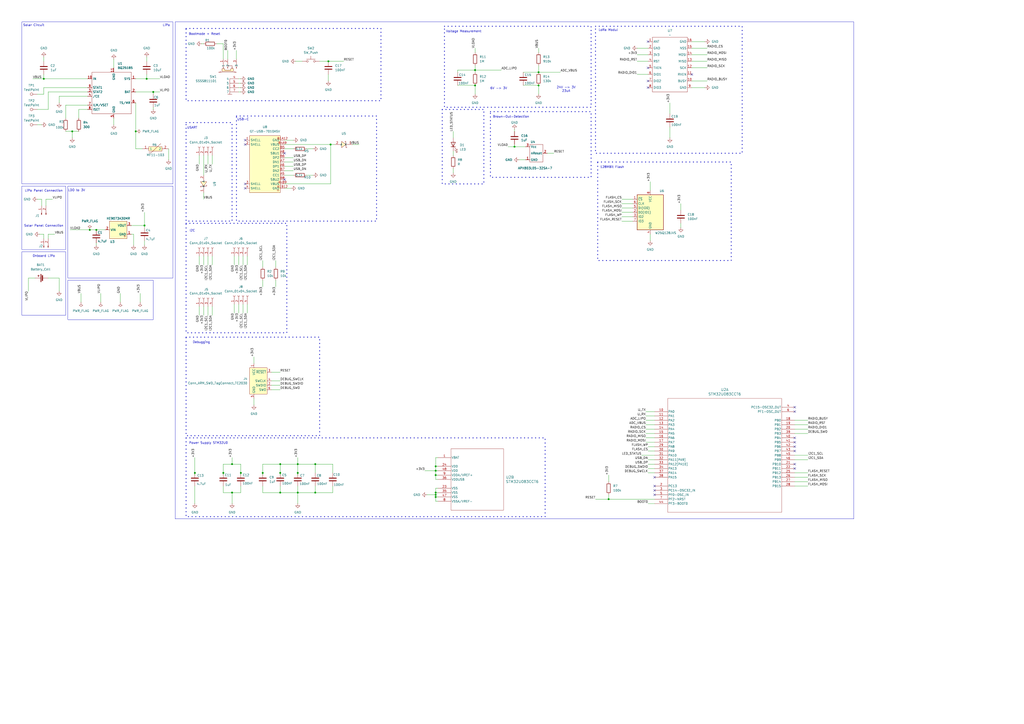
<source format=kicad_sch>
(kicad_sch (version 20231120) (generator "eeschema") (generator_version "8.0")
  (paper "A2")
  (title_block (title "SRCS") (date "2024-06-16"))
  (junction (at 312.42 49.53))
  (junction (at 252.73 275.59))
  (junction (at 182.88 269.24))
  (junction (at 25.4 45.72))
  (junction (at 312.42 41.91))
  (junction (at 85.09 45.72))
  (junction (at 252.73 270.51))
  (junction (at 88.9 53.34))
  (junction (at 52.07 133.35))
  (junction (at 162.56 269.24))
  (junction (at 172.72 274.32))
  (junction (at 191.77 83.82))
  (junction (at 182.88 285.75))
  (junction (at 41.91 76.2))
  (junction (at 162.56 274.32))
  (junction (at 252.73 285.75))
  (junction (at 83.82 130.81))
  (junction (at 353.06 289.56))
  (junction (at 275.59 49.53))
  (junction (at 252.73 288.29))
  (junction (at 252.73 273.05))
  (junction (at 152.4 274.32))
  (junction (at 275.59 40.64))
  (junction (at 162.56 285.75))
  (junction (at 55.88 133.35))
  (junction (at 190.5 35.56))
  (junction (at 139.7 274.32))
  (junction (at 129.54 274.32))
  (junction (at 78.74 76.2))
  (junction (at 252.73 287.02))
  (junction (at 172.72 269.24))
  (junction (at 172.72 285.75))
  (junction (at 134.62 269.24))
  (junction (at 298.45 85.09))
  (junction (at 113.03 274.32))
  (junction (at 134.62 285.75))
  (no_connect (at 461.01 261.62))
  (no_connect (at 375.92 50.8))
  (no_connect (at 379.73 284.48))
  (no_connect (at 461.01 269.24))
  (no_connect (at 142.24 106.68))
  (no_connect (at 461.01 236.22))
  (no_connect (at 375.92 46.99))
  (no_connect (at 461.01 259.08))
  (no_connect (at 461.01 238.76))
  (no_connect (at 461.01 256.54))
  (no_connect (at 375.92 39.37))
  (no_connect (at 142.24 83.82))
  (no_connect (at 379.73 281.94))
  (no_connect (at 401.32 43.18))
  (no_connect (at 165.1 88.9))
  (no_connect (at 142.24 81.28))
  (no_connect (at 461.01 271.78))
  (no_connect (at 461.01 254))
  (no_connect (at 379.73 287.02))
  (no_connect (at 165.1 104.14))
  (no_connect (at 375.92 24.13))
  (no_connect (at 379.73 276.86))
  (no_connect (at 142.24 109.22))
  (wire (pts (xy 34.29 55.88) (xy 34.29 59.69)))
  (wire (pts (xy 262.89 87.63) (xy 262.89 90.17)))
  (wire (pts (xy 379.73 264.16) (xy 372.11 264.16)))
  (wire (pts (xy 171.45 35.56) (xy 175.26 35.56)))
  (wire (pts (xy 38.1 68.58) (xy 38.1 60.96)))
  (wire (pts (xy 123.19 90.17) (xy 123.19 95.25)))
  (wire (pts (xy 461.01 266.7) (xy 468.63 266.7)))
  (wire (pts (xy 312.42 41.91) (xy 325.12 41.91)))
  (wire (pts (xy 19.05 45.72) (xy 25.4 45.72)))
  (wire (pts (xy 55.88 133.35) (xy 60.96 133.35)))
  (wire (pts (xy 461.01 279.4) (xy 468.63 279.4)))
  (wire (pts (xy 162.56 281.94) (xy 162.56 285.75)))
  (wire (pts (xy 252.73 290.83) (xy 252.73 288.29)))
  (wire (pts (xy 165.1 96.52) (xy 170.18 96.52)))
  (wire (pts (xy 129.54 285.75) (xy 134.62 285.75)))
  (wire (pts (xy 182.88 269.24) (xy 182.88 274.32)))
  (wire (pts (xy 254 283.21) (xy 252.73 283.21)))
  (wire (pts (xy 129.54 25.4) (xy 129.54 34.29)))
  (wire (pts (xy 172.72 269.24) (xy 182.88 269.24)))
  (wire (pts (xy 118.11 148.59) (xy 118.11 153.67)))
  (wire (pts (xy 360.68 125.73) (xy 367.03 125.73)))
  (wire (pts (xy 25.4 50.8) (xy 25.4 54.61)))
  (wire (pts (xy 123.19 177.8) (xy 123.19 182.88)))
  (wire (pts (xy 360.68 118.11) (xy 367.03 118.11)))
  (wire (pts (xy 165.1 93.98) (xy 170.18 93.98)))
  (wire (pts (xy 143.51 176.53) (xy 143.51 181.61)))
  (wire (pts (xy 374.65 238.76) (xy 379.73 238.76)))
  (wire (pts (xy 147.32 231.14) (xy 147.32 234.95)))
  (wire (pts (xy 50.8 55.88) (xy 34.29 55.88)))
  (wire (pts (xy 165.1 83.82) (xy 191.77 83.82)))
  (wire (pts (xy 88.9 62.23) (xy 88.9 63.5)))
  (wire (pts (xy 25.4 45.72) (xy 50.8 45.72)))
  (wire (pts (xy 193.04 269.24) (xy 193.04 274.32)))
  (wire (pts (xy 252.73 287.02) (xy 252.73 285.75)))
  (wire (pts (xy 401.32 39.37) (xy 410.21 39.37)))
  (wire (pts (xy 252.73 270.51) (xy 254 270.51)))
  (wire (pts (xy 24.13 119.38) (xy 24.13 115.57)))
  (wire (pts (xy 78.74 45.72) (xy 85.09 45.72)))
  (wire (pts (xy 135.89 148.59) (xy 135.89 153.67)))
  (wire (pts (xy 461.01 281.94) (xy 468.63 281.94)))
  (wire (pts (xy 401.32 35.56) (xy 410.21 35.56)))
  (wire (pts (xy 78.74 59.69) (xy 78.74 76.2)))
  (wire (pts (xy 125.73 25.4) (xy 129.54 25.4)))
  (wire (pts (xy 252.73 288.29) (xy 254 288.29)))
  (wire (pts (xy 262.89 97.79) (xy 262.89 100.33)))
  (wire (pts (xy 401.32 27.94) (xy 410.21 27.94)))
  (wire (pts (xy 388.62 59.69) (xy 388.62 66.04)))
  (wire (pts (xy 22.86 135.89) (xy 25.4 135.89)))
  (wire (pts (xy 83.82 139.7) (xy 83.82 142.24)))
  (wire (pts (xy 247.65 287.02) (xy 252.73 287.02)))
  (wire (pts (xy 139.7 269.24) (xy 139.7 274.32)))
  (wire (pts (xy 317.5 88.9) (xy 321.31 88.9)))
  (wire (pts (xy 401.32 46.99) (xy 410.21 46.99)))
  (wire (pts (xy 138.43 53.34) (xy 139.7 53.34)))
  (wire (pts (xy 25.4 54.61) (xy 21.59 54.61)))
  (wire (pts (xy 265.43 41.91) (xy 265.43 40.64)))
  (wire (pts (xy 25.4 43.18) (xy 25.4 45.72)))
  (wire (pts (xy 345.44 289.56) (xy 353.06 289.56)))
  (wire (pts (xy 252.73 288.29) (xy 252.73 287.02)))
  (wire (pts (xy 162.56 269.24) (xy 162.56 274.32)))
  (wire (pts (xy 254 278.13) (xy 252.73 278.13)))
  (wire (pts (xy 85.09 45.72) (xy 92.71 45.72)))
  (wire (pts (xy 165.1 86.36) (xy 170.18 86.36)))
  (wire (pts (xy 129.54 281.94) (xy 129.54 285.75)))
  (wire (pts (xy 16.51 161.29) (xy 20.32 161.29)))
  (wire (pts (xy 137.16 29.21) (xy 137.16 34.29)))
  (wire (pts (xy 461.01 248.92) (xy 468.63 248.92)))
  (wire (pts (xy 369.57 43.18) (xy 375.92 43.18)))
  (wire (pts (xy 369.57 31.75) (xy 375.92 31.75)))
  (wire (pts (xy 275.59 38.1) (xy 275.59 40.64)))
  (wire (pts (xy 298.45 74.93) (xy 298.45 76.2)))
  (wire (pts (xy 162.56 285.75) (xy 172.72 285.75)))
  (wire (pts (xy 118.11 111.76) (xy 118.11 115.57)))
  (wire (pts (xy 38.1 60.96) (xy 50.8 60.96)))
  (wire (pts (xy 252.73 275.59) (xy 252.73 273.05)))
  (wire (pts (xy 27.94 53.34) (xy 27.94 63.5)))
  (wire (pts (xy 172.72 265.43) (xy 172.72 269.24)))
  (wire (pts (xy 275.59 40.64) (xy 275.59 41.91)))
  (wire (pts (xy 254 285.75) (xy 252.73 285.75)))
  (wire (pts (xy 134.62 265.43) (xy 134.62 269.24)))
  (wire (pts (xy 172.72 281.94) (xy 172.72 285.75)))
  (wire (pts (xy 97.79 86.36) (xy 97.79 92.71)))
  (wire (pts (xy 265.43 40.64) (xy 275.59 40.64)))
  (wire (pts (xy 30.48 115.57) (xy 26.67 115.57)))
  (wire (pts (xy 26.67 115.57) (xy 26.67 119.38)))
  (wire (pts (xy 394.97 129.54) (xy 394.97 132.08)))
  (wire (pts (xy 160.02 162.56) (xy 160.02 166.37)))
  (wire (pts (xy 78.74 86.36) (xy 82.55 86.36)))
  (wire (pts (xy 129.54 269.24) (xy 134.62 269.24)))
  (wire (pts (xy 40.64 133.35) (xy 52.07 133.35)))
  (wire (pts (xy 353.06 287.02) (xy 353.06 289.56)))
  (wire (pts (xy 461.01 274.32) (xy 468.63 274.32)))
  (wire (pts (xy 172.72 275.59) (xy 172.72 274.32)))
  (wire (pts (xy 374.65 248.92) (xy 379.73 248.92)))
  (wire (pts (xy 190.5 35.56) (xy 199.39 35.56)))
  (wire (pts (xy 83.82 130.81) (xy 83.82 132.08)))
  (wire (pts (xy 275.59 27.94) (xy 275.59 30.48)))
  (wire (pts (xy 41.91 76.2) (xy 41.91 80.01)))
  (wire (pts (xy 77.47 135.89) (xy 77.47 142.24)))
  (wire (pts (xy 298.45 83.82) (xy 298.45 85.09)))
  (wire (pts (xy 374.65 241.3) (xy 379.73 241.3)))
  (wire (pts (xy 165.1 99.06) (xy 170.18 99.06)))
  (wire (pts (xy 252.73 278.13) (xy 252.73 275.59)))
  (wire (pts (xy 312.42 38.1) (xy 312.42 41.91)))
  (wire (pts (xy 375.92 269.24) (xy 379.73 269.24)))
  (wire (pts (xy 191.77 83.82) (xy 194.31 83.82)))
  (wire (pts (xy 129.54 275.59) (xy 129.54 274.32)))
  (wire (pts (xy 275.59 40.64) (xy 290.83 40.64)))
  (wire (pts (xy 312.42 27.94) (xy 312.42 30.48)))
  (wire (pts (xy 388.62 73.66) (xy 388.62 80.01)))
  (wire (pts (xy 252.73 275.59) (xy 254 275.59)))
  (wire (pts (xy 143.51 148.59) (xy 143.51 153.67)))
  (wire (pts (xy 162.56 269.24) (xy 172.72 269.24)))
  (wire (pts (xy 375.92 271.78) (xy 379.73 271.78)))
  (wire (pts (xy 275.59 49.53) (xy 275.59 54.61)))
  (wire (pts (xy 165.1 101.6) (xy 170.18 101.6)))
  (wire (pts (xy 115.57 90.17) (xy 115.57 95.25)))
  (wire (pts (xy 66.04 68.58) (xy 66.04 72.39)))
  (wire (pts (xy 262.89 76.2) (xy 262.89 80.01)))
  (wire (pts (xy 312.42 49.53) (xy 312.42 54.61)))
  (wire (pts (xy 401.32 24.13) (xy 408.94 24.13)))
  (wire (pts (xy 294.64 85.09) (xy 298.45 85.09)))
  (wire (pts (xy 252.73 270.51) (xy 252.73 265.43)))
  (wire (pts (xy 139.7 281.94) (xy 139.7 285.75)))
  (wire (pts (xy 172.72 285.75) (xy 182.88 285.75)))
  (wire (pts (xy 172.72 285.75) (xy 172.72 292.1)))
  (wire (pts (xy 78.74 76.2) (xy 78.74 86.36)))
  (wire (pts (xy 116.84 25.4) (xy 118.11 25.4)))
  (wire (pts (xy 152.4 281.94) (xy 152.4 285.75)))
  (wire (pts (xy 76.2 130.81) (xy 83.82 130.81)))
  (wire (pts (xy 113.03 275.59) (xy 113.03 274.32)))
  (wire (pts (xy 369.57 27.94) (xy 375.92 27.94)))
  (wire (pts (xy 375.92 292.1) (xy 379.73 292.1)))
  (wire (pts (xy 375.92 266.7) (xy 379.73 266.7)))
  (wire (pts (xy 190.5 43.18) (xy 190.5 46.99)))
  (wire (pts (xy 401.32 50.8) (xy 408.94 50.8)))
  (wire (pts (xy 113.03 265.43) (xy 113.03 274.32)))
  (wire (pts (xy 303.53 49.53) (xy 312.42 49.53)))
  (wire (pts (xy 165.1 106.68) (xy 191.77 106.68)))
  (wire (pts (xy 88.9 53.34) (xy 92.71 53.34)))
  (wire (pts (xy 303.53 41.91) (xy 312.42 41.91)))
  (wire (pts (xy 157.48 220.98) (xy 162.56 220.98)))
  (wire (pts (xy 27.94 135.89) (xy 27.94 138.43)))
  (wire (pts (xy 374.65 256.54) (xy 379.73 256.54)))
  (wire (pts (xy 132.08 29.21) (xy 132.08 34.29)))
  (wire (pts (xy 25.4 33.02) (xy 25.4 35.56)))
  (wire (pts (xy 83.82 123.19) (xy 83.82 130.81)))
  (wire (pts (xy 177.8 86.36) (xy 181.61 86.36)))
  (wire (pts (xy 360.68 123.19) (xy 367.03 123.19)))
  (wire (pts (xy 246.38 273.05) (xy 252.73 273.05)))
  (wire (pts (xy 375.92 261.62) (xy 379.73 261.62)))
  (wire (pts (xy 140.97 148.59) (xy 140.97 153.67)))
  (wire (pts (xy 140.97 176.53) (xy 140.97 181.61)))
  (wire (pts (xy 369.57 35.56) (xy 375.92 35.56)))
  (wire (pts (xy 165.1 91.44) (xy 170.18 91.44)))
  (wire (pts (xy 21.59 72.39) (xy 24.13 72.39)))
  (wire (pts (xy 138.43 48.26) (xy 139.7 48.26)))
  (wire (pts (xy 375.92 259.08) (xy 379.73 259.08)))
  (wire (pts (xy 76.2 135.89) (xy 77.47 135.89)))
  (wire (pts (xy 152.4 162.56) (xy 152.4 166.37)))
  (wire (pts (xy 138.43 50.8) (xy 139.7 50.8)))
  (wire (pts (xy 34.29 161.29) (xy 34.29 168.91)))
  (wire (pts (xy 360.68 120.65) (xy 367.03 120.65)))
  (wire (pts (xy 162.56 275.59) (xy 162.56 274.32)))
  (wire (pts (xy 182.88 285.75) (xy 193.04 285.75)))
  (wire (pts (xy 16.51 161.29) (xy 16.51 168.91)))
  (wire (pts (xy 360.68 115.57) (xy 367.03 115.57)))
  (wire (pts (xy 177.8 101.6) (xy 181.61 101.6)))
  (wire (pts (xy 138.43 176.53) (xy 138.43 181.61)))
  (wire (pts (xy 55.88 140.97) (xy 55.88 142.24)))
  (wire (pts (xy 120.65 90.17) (xy 120.65 95.25)))
  (wire (pts (xy 377.19 135.89) (xy 377.19 139.7)))
  (wire (pts (xy 182.88 269.24) (xy 193.04 269.24)))
  (wire (pts (xy 157.48 226.06) (xy 162.56 226.06)))
  (wire (pts (xy 172.72 269.24) (xy 172.72 274.32)))
  (wire (pts (xy 52.07 133.35) (xy 55.88 133.35)))
  (wire (pts (xy 147.32 207.01) (xy 147.32 210.82)))
  (wire (pts (xy 375.92 274.32) (xy 379.73 274.32)))
  (wire (pts (xy 152.4 274.32) (xy 152.4 269.24)))
  (wire (pts (xy 165.1 109.22) (xy 168.91 109.22)))
  (wire (pts (xy 374.65 246.38) (xy 379.73 246.38)))
  (wire (pts (xy 134.62 285.75) (xy 139.7 285.75)))
  (wire (pts (xy 134.62 269.24) (xy 139.7 269.24)))
  (wire (pts (xy 41.91 76.2) (xy 45.72 76.2)))
  (wire (pts (xy 461.01 243.84) (xy 468.63 243.84)))
  (wire (pts (xy 69.85 175.26) (xy 69.85 170.18)))
  (wire (pts (xy 45.72 68.58) (xy 45.72 63.5)))
  (wire (pts (xy 374.65 251.46) (xy 379.73 251.46)))
  (wire (pts (xy 165.1 81.28) (xy 170.18 81.28)))
  (wire (pts (xy 185.42 35.56) (xy 190.5 35.56)))
  (wire (pts (xy 254 265.43) (xy 252.73 265.43)))
  (wire (pts (xy 353.06 275.59) (xy 353.06 279.4)))
  (wire (pts (xy 461.01 246.38) (xy 468.63 246.38)))
  (wire (pts (xy 360.68 128.27) (xy 367.03 128.27)))
  (wire (pts (xy 27.94 161.29) (xy 34.29 161.29)))
  (wire (pts (xy 21.59 115.57) (xy 24.13 115.57)))
  (wire (pts (xy 66.04 34.29) (xy 66.04 39.37)))
  (wire (pts (xy 157.48 223.52) (xy 162.56 223.52)))
  (wire (pts (xy 377.19 105.41) (xy 377.19 110.49)))
  (wire (pts (xy 81.28 175.26) (xy 81.28 170.18)))
  (wire (pts (xy 152.4 285.75) (xy 162.56 285.75)))
  (wire (pts (xy 38.1 76.2) (xy 41.91 76.2)))
  (wire (pts (xy 157.48 215.9) (xy 162.56 215.9)))
  (wire (pts (xy 27.94 135.89) (xy 31.75 135.89)))
  (wire (pts (xy 115.57 177.8) (xy 115.57 182.88)))
  (wire (pts (xy 25.4 138.43) (xy 25.4 135.89)))
  (wire (pts (xy 204.47 83.82) (xy 208.28 83.82)))
  (wire (pts (xy 120.65 177.8) (xy 120.65 182.88)))
  (wire (pts (xy 115.57 148.59) (xy 115.57 153.67)))
  (wire (pts (xy 252.73 285.75) (xy 252.73 283.21)))
  (wire (pts (xy 46.99 175.26) (xy 46.99 170.18)))
  (wire (pts (xy 27.94 63.5) (xy 21.59 63.5)))
  (wire (pts (xy 182.88 281.94) (xy 182.88 285.75)))
  (wire (pts (xy 298.45 85.09) (xy 304.8 85.09)))
  (wire (pts (xy 152.4 151.13) (xy 152.4 154.94)))
  (wire (pts (xy 374.65 254) (xy 379.73 254)))
  (wire (pts (xy 78.74 53.34) (xy 88.9 53.34)))
  (wire (pts (xy 129.54 274.32) (xy 129.54 269.24)))
  (wire (pts (xy 50.8 53.34) (xy 27.94 53.34)))
  (wire (pts (xy 50.8 50.8) (xy 25.4 50.8)))
  (wire (pts (xy 461.01 264.16) (xy 468.63 264.16)))
  (wire (pts (xy 252.73 273.05) (xy 252.73 270.51)))
  (wire (pts (xy 123.19 148.59) (xy 123.19 153.67)))
  (wire (pts (xy 85.09 45.72) (xy 85.09 43.18)))
  (wire (pts (xy 160.02 151.13) (xy 160.02 154.94)))
  (wire (pts (xy 152.4 275.59) (xy 152.4 274.32)))
  (wire (pts (xy 85.09 33.02) (xy 85.09 35.56)))
  (wire (pts (xy 45.72 63.5) (xy 50.8 63.5)))
  (wire (pts (xy 135.89 176.53) (xy 135.89 181.61)))
  (wire (pts (xy 374.65 243.84) (xy 379.73 243.84)))
  (wire (pts (xy 138.43 45.72) (xy 139.7 45.72)))
  (wire (pts (xy 401.32 31.75) (xy 410.21 31.75)))
  (wire (pts (xy 461.01 251.46) (xy 468.63 251.46)))
  (wire (pts (xy 191.77 83.82) (xy 191.77 106.68)))
  (wire (pts (xy 265.43 49.53) (xy 275.59 49.53)))
  (wire (pts (xy 139.7 275.59) (xy 139.7 274.32)))
  (wire (pts (xy 138.43 148.59) (xy 138.43 153.67)))
  (wire (pts (xy 300.99 92.71) (xy 304.8 92.71)))
  (wire (pts (xy 394.97 118.11) (xy 394.97 121.92)))
  (wire (pts (xy 461.01 276.86) (xy 468.63 276.86)))
  (wire (pts (xy 254 290.83) (xy 252.73 290.83)))
  (wire (pts (xy 152.4 269.24) (xy 162.56 269.24)))
  (wire (pts (xy 118.11 90.17) (xy 118.11 101.6)))
  (wire (pts (xy 120.65 148.59) (xy 120.65 153.67)))
  (wire (pts (xy 113.03 281.94) (xy 113.03 292.1)))
  (wire (pts (xy 193.04 281.94) (xy 193.04 285.75)))
  (wire (pts (xy 118.11 177.8) (xy 118.11 182.88)))
  (wire (pts (xy 88.9 54.61) (xy 88.9 53.34)))
  (wire (pts (xy 134.62 285.75) (xy 134.62 292.1)))
  (wire (pts (xy 254 273.05) (xy 252.73 273.05)))
  (wire (pts (xy 353.06 289.56) (xy 379.73 289.56)))
  (wire (pts (xy 58.42 175.26) (xy 58.42 170.18)))
  (rectangle (start 107.95 195.58) (end 185.42 252.73) (stroke (width 0.508) (type dot)))
  (rectangle (start 137.16 67.31) (end 218.44 128.27) (stroke (width 0.508) (type dot)))
  (rectangle (start 101.6 12.7) (end 495.3 300.99))
  (rectangle (start 12.7 146.05) (end 38.1 182.88))
  (rectangle (start 107.95 16.51) (end 220.98 58.42) (stroke (width 0.508) (type dot)))
  (rectangle (start 107.95 71.12) (end 134.62 128.27) (stroke (width 0.508) (type dot)))
  (rectangle (start 107.95 129.54) (end 166.37 193.04) (stroke (width 0.508) (type dot)))
  (rectangle (start 39.37 162.56) (end 88.9 185.42))
  (rectangle (start 107.95 254) (end 316.23 299.72) (stroke (width 0.508) (type dot)))
  (rectangle (start 345.44 15.24) (end 430.53 88.9) (stroke (width 0.508) (type dot)))
  (rectangle (start 12.7 12.7) (end 100.33 106.68))
  (rectangle (start 39.37 107.95) (end 100.33 161.29))
  (rectangle (start 12.7 107.95) (end 38.1 144.78))
  (rectangle (start 257.81 15.24) (end 342.9 62.23) (stroke (width 0.508) (type dot)))
  (rectangle (start 346.71 93.98) (end 424.18 151.13) (stroke (width 0.508) (type dot)))
  (rectangle (start 284.48 64.77) (end 342.9 102.87) (stroke (width 0.508) (type dot)))
  (rectangle (start 256.54 63.5) (end 280.67 106.68) (stroke (width 0.508) (type dot)))
  (text "Solar Circuit" (at 19.558 14.732 0) (effects (font (size 1.27 1.27))))
  (text "Bootmode + Reset" (at 118.618 19.812 0) (effects (font (size 1.27 1.27))))
  (text "Power Supply STM32U0" (at 120.904 257.048 0) (effects (font (size 1.27 1.27))))
  (text "6V -> 3V\n" (at 289.306 51.308 0) (effects (font (size 1.27 1.27))))
  (text "USART" (at 111.506 74.168 0) (effects (font (size 1.27 1.27))))
  (text "Voltage Measurement" (at 268.986 18.288 0) (effects (font (size 1.27 1.27))))
  (text "Debugging" (at 116.84 198.628 0) (effects (font (size 1.27 1.27))))
  (text "LiPo" (at 96.52 14.732 0) (effects (font (size 1.27 1.27))))
  (text "LiPo Panel Connection" (at 25.4 110.744 0) (effects (font (size 1.27 1.27))))
  (text "USB-C" (at 140.97 69.342 0) (effects (font (size 1.27 1.27))))
  (text "Brown-Out-Detection" (at 296.418 67.818 0) (effects (font (size 1.27 1.27))))
  (text "Onboard LiPo" (at 25.4 148.59 0) (effects (font (size 1.27 1.27))))
  (text "Solar Panel Connection" (at 25.4 131.064 0) (effects (font (size 1.27 1.27))))
  (text "LDO to 3V" (at 44.45 110.49 0) (effects (font (size 1.27 1.27))))
  (text "I2C" (at 111.506 133.858 0) (effects (font (size 1.27 1.27))))
  (text "128MBit Flash" (at 355.092 97.028 0) (effects (font (size 1.27 1.27))))
  (text "LoRa Modul" (at 352.806 17.526 0) (effects (font (size 1.27 1.27))))
  (text "24V -> 3V\n23uA" (at 328.422 51.816 0) (effects (font (size 1.27 1.27))))
  (label "FLASH_RESET" (at 468.63 274.32 0))
  (label "LED_STATUS" (at 372.11 264.16 180))
  (label "+3V3" (at 118.11 153.67 270))
  (label "GND" (at 135.89 153.67 270))
  (label "RADIO_BUSY" (at 410.21 46.99 0))
  (label "VLIPO" (at 92.71 53.34 0))
  (label "+3V3" (at 369.57 31.75 180))
  (label "I2C1_SCL" (at 120.65 182.88 270))
  (label "GND" (at 69.85 170.18 90))
  (label "+3V3" (at 388.62 59.69 90))
  (label "RADIO_MOSI" (at 374.65 256.54 180))
  (label "RADIO_RST" (at 369.57 35.56 180))
  (label "RADIO_RST" (at 468.63 246.38 0))
  (label "ADC_VBUS" (at 374.65 246.38 180))
  (label "USB_DP" (at 170.18 96.52 0))
  (label "RADIO_SCK" (at 410.21 39.37 0))
  (label "USB_DP" (at 375.92 269.24 180))
  (label "VLOAD" (at 40.64 133.35 0))
  (label "+3V3" (at 172.72 265.43 90))
  (label "GND" (at 115.57 182.88 270))
  (label "RADIO_BUSY" (at 468.63 243.84 0))
  (label "VLIPO" (at 16.51 168.91 270))
  (label "VLIPO" (at 30.48 115.57 0))
  (label "RADIO_MOSI" (at 410.21 31.75 0))
  (label "I2C1_SCL" (at 140.97 153.67 270))
  (label "VLOAD" (at 275.59 27.94 90))
  (label "VBUS" (at 118.11 115.57 0))
  (label "U_TX" (at 374.65 238.76 180))
  (label "VLOAD" (at 294.64 85.09 180))
  (label "GND" (at 115.57 153.67 270))
  (label "I2C1_SDA" (at 468.63 266.7 0))
  (label "FLASH_WP" (at 360.68 125.73 180))
  (label "FLASH_MISO" (at 468.63 279.4 0))
  (label "+3V3" (at 137.16 29.21 90))
  (label "RESET" (at 345.44 289.56 180))
  (label "VBUS" (at 208.28 83.82 180))
  (label "+3V3" (at 138.43 181.61 270))
  (label "FLASH_RESET" (at 360.68 128.27 180))
  (label "GND" (at 115.57 95.25 270))
  (label "I2C1_SCL" (at 120.65 153.67 270))
  (label "+3V3" (at 118.11 182.88 270))
  (label "+3V3" (at 394.97 118.11 90))
  (label "ADC_LIPO" (at 374.65 243.84 180))
  (label "+3V3" (at 138.43 153.67 270))
  (label "RADIO_CS" (at 410.21 27.94 0))
  (label "BOOT0" (at 375.92 292.1 180))
  (label "+3V3" (at 113.03 265.43 90))
  (label "RESET" (at 321.31 88.9 0))
  (label "DEBUG_SWO" (at 162.56 226.06 0))
  (label "ADC_LIPO" (at 290.83 40.64 0))
  (label "+3V3" (at 134.62 265.43 90))
  (label "I2C1_SDA" (at 160.02 151.13 90))
  (label "FLASH_MOSI" (at 360.68 123.19 180))
  (label "+3V3" (at 246.38 273.05 180))
  (label "+3V3" (at 377.19 105.41 90))
  (label "+3V3" (at 83.82 123.19 90))
  (label "RADIO_MISO" (at 374.65 254 180))
  (label "DEBUG_SWCLK" (at 375.92 274.32 180))
  (label "I2C1_SCL" (at 152.4 151.13 90))
  (label "+3V3" (at 152.4 166.37 270))
  (label "DEBUG_SWCLK" (at 162.56 220.98 0))
  (label "RADIO_MISO" (at 410.21 35.56 0))
  (label "I2C1_SDA" (at 143.51 181.61 270))
  (label "+3V3" (at 160.02 166.37 270))
  (label "U_RX" (at 120.65 95.25 270))
  (label "U_TX" (at 123.19 95.25 270))
  (label "FLASH_MOSI" (at 468.63 281.94 0))
  (label "ADC_VBUS" (at 325.12 41.91 0))
  (label "DEBUG_SWO" (at 468.63 251.46 0))
  (label "FLASH_MISO" (at 360.68 120.65 180))
  (label "RADIO_DIO1" (at 369.57 43.18 180))
  (label "DEBUG_SWDIO" (at 375.92 271.78 180))
  (label "DEBUG_SWDIO" (at 162.56 223.52 0))
  (label "I2C1_SCL" (at 140.97 181.61 270))
  (label "FLASH_CS" (at 360.68 115.57 180))
  (label "VBUS" (at 312.42 27.94 90))
  (label "U_RX" (at 374.65 241.3 180))
  (label "I2C1_SDA" (at 123.19 153.67 270))
  (label "+3V3" (at 353.06 275.59 90))
  (label "VBUS" (at 31.75 135.89 0))
  (label "VBUS" (at 19.05 45.72 0))
  (label "GND" (at 135.89 181.61 270))
  (label "FLASH_SCK" (at 468.63 276.86 0))
  (label "I2C1_SCL" (at 468.63 264.16 0))
  (label "RESET" (at 199.39 35.56 0))
  (label "USB_DN" (at 375.92 266.7 180))
  (label "FLASH_CS" (at 375.92 261.62 180))
  (label "RADIO_SCK" (at 374.65 251.46 180))
  (label "LED_STATUS" (at 262.89 76.2 90))
  (label "USB_DN" (at 170.18 93.98 0))
  (label "VLOAD" (at 92.71 45.72 0))
  (label "BOOT0" (at 132.08 29.21 90))
  (label "+3V3" (at 147.32 207.01 90))
  (label "I2C1_SDA" (at 123.19 182.88 270))
  (label "+3V3" (at 81.28 170.18 90))
  (label "VBUS" (at 46.99 170.18 90))
  (label "VLIPO" (at 58.42 170.18 90))
  (label "USB_DN" (at 170.18 99.06 0))
  (label "USB_DP" (at 170.18 91.44 0))
  (label "RADIO_CS" (at 374.65 248.92 180))
  (label "RESET" (at 162.56 215.9 0))
  (label "FLASH_WP" (at 375.92 259.08 180))
  (label "I2C1_SDA" (at 143.51 153.67 270))
  (label "FLASH_SCK" (at 360.68 118.11 180))
  (label "RADIO_DIO1" (at 468.63 248.92 0))
  (symbol (lib_id "Device:C") (at 394.97 125.73 0) (unit 1)
    (property "Reference" "C18" (at 398.78 124.4599 0) (effects (justify left)))
    (property "Value" "100nF" (at 398.78 126.9999 0) (effects (justify left)))
    (property "Footprint" "Capacitor_SMD:C_0805_2012Metric_Pad1.18x1.45mm_HandSolder" (effects (hide yes)))
    (property "Description" "Unpolarized capacitor" (effects (hide yes)))
  )
  (symbol (lib_id "Device:R") (at 312.42 45.72 0) (unit 1)
    (property "Reference" "R14" (at 314.96 44.4499 0) (effects (justify left)))
    (property "Value" "130k" (at 314.96 46.9899 0) (effects (justify left)))
    (property "Footprint" "Resistor_SMD:R_0805_2012Metric_Pad1.20x1.40mm_HandSolder" (effects (hide yes)))
    (property "Description" "Resistor" (effects (hide yes)))
  )
  (symbol (lib_id "power:GND") (at 262.89 100.33 0) (unit 1)
    (property "Reference" "#PWR031" (effects (hide yes)))
    (property "Value" "GND" (at 262.89 105.41 0))
    (property "Description" "Power symbol creates a global label with name \"GND\" , ground" (effects (hide yes)))
  )
  (symbol (lib_id "Connector:Conn_01x04_Socket") (at 138.43 143.51 90) (unit 1)
    (property "Reference" "J6" (at 139.7 138.43 90))
    (property "Value" "Conn_01x04_Socket" (at 139.7 140.97 90))
    (property "Footprint" "Connector_JST:JST_PH_B4B-PH-K_1x04_P2.00mm_Vertical" (effects (hide yes)))
    (property "Description" "Generic connector, single row, 01x04, script generated" (effects (hide yes)))
  )
  (symbol (lib_id "power:GND") (at 83.82 142.24 0) (unit 1)
    (property "Reference" "#PWR04" (effects (hide yes)))
    (property "Value" "GND" (at 83.82 147.32 0))
    (property "Description" "Power symbol creates a global label with name \"GND\" , ground" (effects (hide yes)))
  )
  (symbol (lib_id "power:GND") (at 25.4 33.02 180) (unit 1)
    (property "Reference" "#PWR01" (effects (hide yes)))
    (property "Value" "GND" (at 25.4 27.94 0))
    (property "Description" "Power symbol creates a global label with name \"GND\" , ground" (effects (hide yes)))
  )
  (symbol (lib_id "own_symbols:SSSS811101") (at 130.81 38.1 0) (unit 1)
    (property "Reference" "SW1" (at 125.73 44.4499 0) (effects (justify right)))
    (property "Value" "SSSS811101" (at 125.73 46.9899 0) (effects (justify right)))
    (property "Footprint" "footprints:SW-SMD_SSSS811101" (effects (hide yes)))
    (property "Datasheet" "https://lcsc.com/product-detail/Toggle-Switches_ALPS_SSSS811101_SSSS811101_C109335.html" (effects (hide yes)))
    (property "LCSC Part" "C109335" (effects (hide yes)))
  )
  (symbol (lib_id "power:GND") (at 181.61 86.36 90) (unit 1)
    (property "Reference" "#PWR030" (effects (hide yes)))
    (property "Value" "GND" (at 185.42 86.3599 90) (effects (justify right)))
    (property "Description" "Power symbol creates a global label with name \"GND\" , ground" (effects (hide yes)))
  )
  (symbol (lib_id "power:GND") (at 408.94 24.13 90) (unit 1)
    (property "Reference" "#PWR034" (effects (hide yes)))
    (property "Value" "GND" (at 412.75 24.1299 90) (effects (justify right)))
    (property "Description" "Power symbol creates a global label with name \"GND\" , ground" (effects (hide yes)))
  )
  (symbol (lib_id "own_symbols:BQ25185") (at 45.72 40.64 0) (unit 1)
    (property "Reference" "U1" (at 68.2341 36.83 0) (effects (justify left)))
    (property "Value" "BQ25185" (at 68.2341 39.37 0) (effects (justify left)))
    (property "Footprint" "footprints:SON40P220X200X80-11N" (effects (hide yes)))
    (property "Datasheet" "https://www.ti.com/lit/ds/symlink/bq25185.pdf?ts=1722005908424&ref_url=https%253A%252F%252Fwww.ti.com%252Fproduct%252FBQ25185%253Fbm-verify%253DAAQAAAAJ_____6hVXXOfig1QrJYe5dcmy8OyrGCZv5oqgX6N77zS6YADkLiuOXdabWMQnL4cuTFBfOVMuK6g3Py6C890YoND-_6SSrIXMZJ2tQlivrzMzZ6HuICT7L24wuiqYV4l6MqbkRg4bRIdmAPjhMkP7h0XSu6y7-h4CgYJbRj4PP4C9wI4bKnu0WHtZrUTDism9XinBc6nfJy--5QQiaPKS2lWeoU5xdYm3rjkfwSqat7IitFp4Dc-00skjTGEPpJg96QO4kRbo0CAGj7PIJ3loMag8QMsoztZaT4B_mqdVA8bi1AdKRZX8GF5z0rfN_OKS5lZUYMWwiKsSVa-1seNBfbtv8HkhnhFlCq-s1lpE7mG7cDwUzA" (effects (hide yes)))
  )
  (symbol (lib_id "power:GND") (at 247.65 287.02 270) (unit 1)
    (property "Reference" "#PWR02" (effects (hide yes)))
    (property "Value" "GND" (at 243.84 287.0199 90) (effects (justify right)))
    (property "Description" "Power symbol creates a global label with name \"GND\" , ground" (effects (hide yes)))
  )
  (symbol (lib_id "power:GND") (at 408.94 50.8 90) (unit 1)
    (property "Reference" "#PWR035" (effects (hide yes)))
    (property "Value" "GND" (at 412.75 50.7999 90) (effects (justify right)))
    (property "Description" "Power symbol creates a global label with name \"GND\" , ground" (effects (hide yes)))
  )
  (symbol (lib_id "power:GND") (at 312.42 54.61 0) (unit 1)
    (property "Reference" "#PWR037" (effects (hide yes)))
    (property "Value" "GND" (at 312.42 59.69 0))
    (property "Description" "Power symbol creates a global label with name \"GND\" , ground" (effects (hide yes)))
  )
  (symbol (lib_id "power:GND") (at 147.32 234.95 0) (unit 1)
    (property "Reference" "#PWR028" (effects (hide yes)))
    (property "Value" "GND" (at 147.32 240.03 0))
    (property "Description" "Power symbol creates a global label with name \"GND\" , ground" (effects (hide yes)))
  )
  (symbol (lib_id "Device:C") (at 182.88 278.13 0) (unit 1)
    (property "Reference" "C8" (at 183.642 275.844 0) (effects (justify left)))
    (property "Value" "100nF" (at 183.896 280.67 0) (effects (justify left)))
    (property "Footprint" "Capacitor_SMD:C_0805_2012Metric_Pad1.18x1.45mm_HandSolder" (effects (hide yes)))
    (property "Description" "Unpolarized capacitor" (effects (hide yes)))
  )
  (symbol (lib_id "power:GND") (at 139.7 48.26 90) (unit 1)
    (property "Reference" "#PWR022" (effects (hide yes)))
    (property "Value" "GND" (at 143.51 48.2599 90) (effects (justify right)))
    (property "Description" "Power symbol creates a global label with name \"GND\" , ground" (effects (hide yes)))
  )
  (symbol (lib_id "power:GND") (at 139.7 53.34 90) (unit 1)
    (property "Reference" "#PWR025" (effects (hide yes)))
    (property "Value" "GND" (at 143.51 53.3399 90) (effects (justify right)))
    (property "Description" "Power symbol creates a global label with name \"GND\" , ground" (effects (hide yes)))
  )
  (symbol (lib_id "Device:R") (at 173.99 86.36 90) (unit 1)
    (property "Reference" "R5" (at 177.8 87.63 90))
    (property "Value" "5.1k" (at 173.482 86.36 90))
    (property "Footprint" "Resistor_SMD:R_0805_2012Metric_Pad1.20x1.40mm_HandSolder" (effects (hide yes)))
    (property "Description" "Resistor" (effects (hide yes)))
  )
  (symbol (lib_id "Device:R") (at 152.4 158.75 0) (unit 1)
    (property "Reference" "R2" (at 154.94 157.4799 0) (effects (justify left)))
    (property "Value" "10k" (at 154.94 160.0199 0) (effects (justify left)))
    (property "Footprint" "Resistor_SMD:R_0805_2012Metric_Pad1.20x1.40mm_HandSolder" (effects (hide yes)))
    (property "Description" "Resistor" (effects (hide yes)))
  )
  (symbol (lib_id "power:GND") (at 298.45 74.93 180) (unit 1)
    (property "Reference" "#PWR029" (effects (hide yes)))
    (property "Value" "GND" (at 298.45 71.12 0))
    (property "Description" "Power symbol creates a global label with name \"GND\" , ground" (effects (hide yes)))
  )
  (symbol (lib_id "Connector:Conn_01x04_Socket") (at 118.11 143.51 90) (unit 1)
    (property "Reference" "J7" (at 119.38 138.43 90))
    (property "Value" "Conn_01x04_Socket" (at 119.38 140.97 90))
    (property "Footprint" "Connector_JST:JST_PH_B4B-PH-K_1x04_P2.00mm_Vertical" (effects (hide yes)))
    (property "Description" "Generic connector, single row, 01x04, script generated" (effects (hide yes)))
  )
  (symbol (lib_id "Device:R") (at 262.89 93.98 0) (unit 1)
    (property "Reference" "R8" (at 265.43 92.7099 0) (effects (justify left)))
    (property "Value" "R" (at 265.43 95.2499 0) (effects (justify left)))
    (property "Footprint" "Resistor_SMD:R_0805_2012Metric_Pad1.20x1.40mm_HandSolder" (effects (hide yes)))
    (property "Description" "Resistor" (effects (hide yes)))
  )
  (symbol (lib_id "power:GND") (at 394.97 132.08 0) (unit 1)
    (property "Reference" "#PWR032" (effects (hide yes)))
    (property "Value" "GND" (at 394.97 137.16 0))
    (property "Description" "Power symbol creates a global label with name \"GND\" , ground" (effects (hide yes)))
  )
  (symbol (lib_id "Device:R") (at 173.99 101.6 90) (unit 1)
    (property "Reference" "R10" (at 178.308 102.87 90))
    (property "Value" "5.1k" (at 173.482 101.6 90))
    (property "Footprint" "Resistor_SMD:R_0805_2012Metric_Pad1.20x1.40mm_HandSolder" (effects (hide yes)))
    (property "Description" "Resistor" (effects (hide yes)))
  )
  (symbol (lib_id "power:GND") (at 369.57 27.94 270) (unit 1)
    (property "Reference" "#PWR038" (effects (hide yes)))
    (property "Value" "GND" (at 365.76 27.9399 90) (effects (justify right)))
    (property "Description" "Power symbol creates a global label with name \"GND\" , ground" (effects (hide yes)))
  )
  (symbol (lib_id "Device:R") (at 312.42 34.29 0) (unit 1)
    (property "Reference" "R13" (at 314.96 33.0199 0) (effects (justify left)))
    (property "Value" "910k" (at 314.96 35.5599 0) (effects (justify left)))
    (property "Footprint" "Resistor_SMD:R_0805_2012Metric_Pad1.20x1.40mm_HandSolder" (effects (hide yes)))
    (property "Description" "Resistor" (effects (hide yes)))
  )
  (symbol (lib_id "Connector:Conn_01x02_Pin") (at 24.13 124.46 90) (unit 1)
    (property "Reference" "J1" (at 22.86 125.0951 90) (effects (justify left)))
    (property "Value" "Conn_01x02_Socket" (effects (hide yes)))
    (property "Footprint" "Connector_JST:JST_PH_B2B-PH-K_1x02_P2.00mm_Vertical" (effects (hide yes)))
    (property "Description" "Generic connector, single row, 01x02, script generated" (effects (hide yes)))
  )
  (symbol (lib_id "Connector:TestPoint") (at 21.59 54.61 90) (unit 1)
    (property "Reference" "TP1" (at 18.288 49.53 90))
    (property "Value" "TestPoint" (at 18.288 52.07 90))
    (property "Footprint" "TestPoint:TestPoint_Pad_2.0x2.0mm" (effects (hide yes)))
    (property "Description" "test point" (effects (hide yes)))
  )
  (symbol (lib_id "Device:C") (at 172.72 278.13 0) (unit 1)
    (property "Reference" "C7" (at 173.99 275.844 0) (effects (justify left)))
    (property "Value" "100nF" (at 173.736 280.67 0) (effects (justify left)))
    (property "Footprint" "Capacitor_SMD:C_0805_2012Metric_Pad1.18x1.45mm_HandSolder" (effects (hide yes)))
    (property "Description" "Unpolarized capacitor" (effects (hide yes)))
  )
  (symbol (lib_id "power:GND") (at 190.5 46.99 0) (unit 1)
    (property "Reference" "#PWR027" (effects (hide yes)))
    (property "Value" "GND" (at 190.5 52.07 0))
    (property "Description" "Power symbol creates a global label with name \"GND\" , ground" (effects (hide yes)))
  )
  (symbol (lib_id "Device:Battery_Cell") (at 25.4 161.29 90) (unit 1)
    (property "Reference" "BAT1" (at 23.5585 153.67 90))
    (property "Value" "Battery_Cell" (at 23.5585 156.21 90))
    (property "Footprint" "footprints:BAT-TH_BH-18650-A1AJ005" (effects (hide yes)))
    (property "Description" "Single-cell battery" (effects (hide yes)))
  )
  (symbol (lib_id "Device:R") (at 160.02 158.75 0) (unit 1)
    (property "Reference" "R9" (at 162.56 157.4799 0) (effects (justify left)))
    (property "Value" "10k" (at 162.56 160.0199 0) (effects (justify left)))
    (property "Footprint" "Resistor_SMD:R_0805_2012Metric_Pad1.20x1.40mm_HandSolder" (effects (hide yes)))
    (property "Description" "Resistor" (effects (hide yes)))
  )
  (symbol (lib_id "Device:R") (at 353.06 283.21 0) (unit 1)
    (property "Reference" "R7" (at 355.6 281.9399 0) (effects (justify left)))
    (property "Value" "100k" (at 355.6 284.4799 0) (effects (justify left)))
    (property "Footprint" "Resistor_SMD:R_0805_2012Metric_Pad1.20x1.40mm_HandSolder" (effects (hide yes)))
    (property "Description" "Resistor" (effects (hide yes)))
  )
  (symbol (lib_id "Connector:Conn_ARM_SWD_TagConnect_TC2030") (at 149.86 220.98 0) (unit 1) (in_bom no)
    (property "Reference" "J4" (at 143.51 219.7099 0) (effects (justify right)))
    (property "Value" "Conn_ARM_SWD_TagConnect_TC2030" (at 143.51 222.2499 0) (effects (justify right)))
    (property "Footprint" "Connector:Tag-Connect_TC2030-IDC-FP_2x03_P1.27mm_Vertical" (effects (hide yes)))
    (property "Datasheet" "https://www.tag-connect.com/wp-content/uploads/bsk-pdf-manager/TC2030-CTX_1.pdf" (effects (hide yes)))
    (property "Description" "Tag-Connect ARM Cortex SWD JTAG connector, 6 pin" (effects (hide yes)))
  )
  (symbol (lib_id "power:GND") (at 24.13 72.39 90) (unit 1)
    (property "Reference" "#PWR019" (effects (hide yes)))
    (property "Value" "GND" (at 27.94 72.3899 90) (effects (justify right)))
    (property "Description" "Power symbol creates a global label with name \"GND\" , ground" (effects (hide yes)))
  )
  (symbol (lib_id "power:GND") (at 22.86 135.89 270) (unit 1)
    (property "Reference" "#PWR011" (effects (hide yes)))
    (property "Value" "GND" (at 19.05 135.8899 90) (effects (justify right)))
    (property "Description" "Power symbol creates a global label with name \"GND\" , ground" (effects (hide yes)))
  )
  (symbol (lib_id "power:GND") (at 41.91 80.01 0) (unit 1)
    (property "Reference" "#PWR06" (effects (hide yes)))
    (property "Value" "GND" (at 41.91 85.09 0))
    (property "Description" "Power symbol creates a global label with name \"GND\" , ground" (effects (hide yes)))
  )
  (symbol (lib_id "Device:R") (at 275.59 45.72 0) (unit 1)
    (property "Reference" "R12" (at 278.13 44.4499 0) (effects (justify left)))
    (property "Value" "1M" (at 278.13 46.9899 0) (effects (justify left)))
    (property "Footprint" "Resistor_SMD:R_0805_2012Metric_Pad1.20x1.40mm_HandSolder" (effects (hide yes)))
    (property "Description" "Resistor" (effects (hide yes)))
  )
  (symbol (lib_id "power:GND") (at 21.59 115.57 270) (unit 1)
    (property "Reference" "#PWR010" (effects (hide yes)))
    (property "Value" "GND" (at 17.78 115.5699 90) (effects (justify right)))
    (property "Description" "Power symbol creates a global label with name \"GND\" , ground" (effects (hide yes)))
  )
  (symbol (lib_id "own_symbols:SS26_C5350986") (at 118.11 106.68 90) (unit 1)
    (property "Reference" "U9" (at 124.46 106.68 0))
    (property "Value" "SS26_C5350986" (effects (hide yes)))
    (property "Footprint" "footprints:SMA_L4.3-W2.6-LS5.1-RD" (effects (hide yes)))
    (property "LCSC Part" "C5350986" (effects (hide yes)))
  )
  (symbol (lib_id "Device:C") (at 129.54 278.13 0) (unit 1)
    (property "Reference" "C11" (at 130.302 275.59 0) (effects (justify left)))
    (property "Value" "1uF" (at 130.556 281.178 0) (effects (justify left)))
    (property "Footprint" "Capacitor_SMD:C_0805_2012Metric_Pad1.18x1.45mm_HandSolder" (effects (hide yes)))
    (property "Description" "Unpolarized capacitor" (effects (hide yes)))
  )
  (symbol (lib_id "power:GND") (at 134.62 292.1 0) (unit 1)
    (property "Reference" "#PWR017" (effects (hide yes)))
    (property "Value" "GND" (at 134.62 297.18 0))
    (property "Description" "Power symbol creates a global label with name \"GND\" , ground" (effects (hide yes)))
  )
  (symbol (lib_id "power:PWR_FLAG") (at 46.99 175.26 180) (unit 1)
    (property "Reference" "#FLG01" (effects (hide yes)))
    (property "Value" "PWR_FLAG" (at 46.99 180.34 0))
    (property "Description" "Special symbol for telling ERC where power comes from" (effects (hide yes)))
  )
  (symbol (lib_id "Switch:SW_Push") (at 180.34 35.56 0) (unit 1)
    (property "Reference" "SW2" (at 180.34 27.94 0))
    (property "Value" "SW_Push" (at 180.34 30.48 0))
    (property "Footprint" "Button_Switch_THT:SW_PUSH_6mm" (effects (hide yes)))
    (property "Description" "Push button switch, generic, two pins" (effects (hide yes)))
  )
  (symbol (lib_id "power:GND") (at 181.61 101.6 90) (unit 1)
    (property "Reference" "#PWR040" (effects (hide yes)))
    (property "Value" "GND" (at 185.42 101.5999 90) (effects (justify right)))
    (property "Description" "Power symbol creates a global label with name \"GND\" , ground" (effects (hide yes)))
  )
  (symbol (lib_id "power:GND") (at 113.03 292.1 0) (unit 1)
    (property "Reference" "#PWR018" (effects (hide yes)))
    (property "Value" "GND" (at 113.03 297.18 0))
    (property "Description" "Power symbol creates a global label with name \"GND\" , ground" (effects (hide yes)))
  )
  (symbol (lib_id "Device:C") (at 25.4 39.37 0) (unit 1)
    (property "Reference" "C2" (at 29.21 38.0999 0) (effects (justify left)))
    (property "Value" "1uF" (at 29.21 40.6399 0) (effects (justify left)))
    (property "Footprint" "Capacitor_SMD:C_0805_2012Metric_Pad1.18x1.45mm_HandSolder" (effects (hide yes)))
    (property "Description" "Unpolarized capacitor" (effects (hide yes)))
  )
  (symbol (lib_id "own_symbols:STM32U083CCT6") (at 254 265.43 0) (unit 2)
    (property "Reference" "U2" (at 293.37 276.8599 0) (effects (font (size 1.524 1.524)) (justify left)))
    (property "Value" "STM32U083CCT6" (at 293.37 279.3999 0) (effects (font (size 1.524 1.524)) (justify left)))
    (property "Footprint" "LQFP48_STM" (effects (hide yes)))
    (property "Datasheet" "STM32U083CCT6" (effects (hide yes)))
  )
  (symbol (lib_id "Device:C") (at 303.53 45.72 0) (unit 1)
    (property "Reference" "C15" (at 304.292 43.434 0) (effects (justify left)))
    (property "Value" "100nF" (at 304.292 48.26 0) (effects (justify left)))
    (property "Footprint" "Capacitor_SMD:C_0805_2012Metric_Pad1.18x1.45mm_HandSolder" (effects (hide yes)))
    (property "Description" "Unpolarized capacitor" (effects (hide yes)))
  )
  (symbol (lib_id "own_symbols:MF11-103") (at 90.17 86.36 0) (unit 1)
    (property "Reference" "R6" (at 89.662 84.074 0))
    (property "Value" "MF11-103" (at 90.17 89.916 0))
    (property "Footprint" "footprints:RES-TH_L6.5-W4.0-P2.50-D0.5" (effects (hide yes)))
    (property "Datasheet" "https://lcsc.com/product-detail/NTC-Thermistors_10KR-20-Thermistor-green_C70913.html" (effects (hide yes)))
    (property "LCSC Part" "C70913" (effects (hide yes)))
  )
  (symbol (lib_id "power:GND") (at 139.7 50.8 90) (unit 1)
    (property "Reference" "#PWR024" (effects (hide yes)))
    (property "Value" "GND" (at 143.51 50.7999 90) (effects (justify right)))
    (property "Description" "Power symbol creates a global label with name \"GND\" , ground" (effects (hide yes)))
  )
  (symbol (lib_id "power:GND") (at 116.84 25.4 270) (unit 1)
    (property "Reference" "#PWR020" (effects (hide yes)))
    (property "Value" "GND" (at 113.03 25.3999 90) (effects (justify right)))
    (property "Description" "Power symbol creates a global label with name \"GND\" , ground" (effects (hide yes)))
  )
  (symbol (lib_id "Device:C") (at 298.45 80.01 0) (unit 1)
    (property "Reference" "C16" (at 302.26 78.7399 0) (effects (justify left)))
    (property "Value" "1uF" (at 302.26 81.2799 0) (effects (justify left)))
    (property "Footprint" "Capacitor_SMD:C_0805_2012Metric_Pad1.18x1.45mm_HandSolder" (effects (hide yes)))
    (property "Description" "Unpolarized capacitor" (effects (hide yes)))
  )
  (symbol (lib_id "power:GND") (at 171.45 35.56 270) (unit 1)
    (property "Reference" "#PWR026" (effects (hide yes)))
    (property "Value" "GND" (at 167.64 35.5599 90) (effects (justify right)))
    (property "Description" "Power symbol creates a global label with name \"GND\" , ground" (effects (hide yes)))
  )
  (symbol (lib_id "Device:LED") (at 262.89 83.82 90) (unit 1)
    (property "Reference" "D1" (at 266.7 84.1374 90) (effects (justify right)))
    (property "Value" "LED" (at 266.7 86.6774 90) (effects (justify right)))
    (property "Footprint" "LED_SMD:LED_0805_2012Metric" (effects (hide yes)))
    (property "Description" "Light emitting diode" (effects (hide yes)))
  )
  (symbol (lib_id "power:GND") (at 377.19 139.7 0) (unit 1)
    (property "Reference" "#PWR033" (effects (hide yes)))
    (property "Value" "GND" (at 377.19 144.78 0))
    (property "Description" "Power symbol creates a global label with name \"GND\" , ground" (effects (hide yes)))
  )
  (symbol (lib_id "own_symbols:GT-USB-7010ASV") (at 152.4 93.98 180) (unit 1)
    (property "Reference" "U8" (at 153.67 73.66 0))
    (property "Value" "GT-USB-7010ASV" (at 153.67 76.2 0))
    (property "Footprint" "footprints:USB-C-SMD_G-SWITCH_GT-USB-7010ASV" (effects (hide yes)))
    (property "LCSC Part" "C2988369" (effects (hide yes)))
  )
  (symbol (lib_id "Connector:Conn_01x04_Socket") (at 138.43 171.45 90) (unit 1)
    (property "Reference" "J8" (at 139.7 166.37 90))
    (property "Value" "Conn_01x04_Socket" (at 139.7 168.91 90))
    (property "Footprint" "Connector_JST:JST_PH_B4B-PH-K_1x04_P2.00mm_Vertical" (effects (hide yes)))
    (property "Description" "Generic connector, single row, 01x04, script generated" (effects (hide yes)))
  )
  (symbol (lib_id "power:GND") (at 97.79 92.71 0) (unit 1)
    (property "Reference" "#PWR012" (effects (hide yes)))
    (property "Value" "GND" (at 97.79 97.79 0))
    (property "Description" "Power symbol creates a global label with name \"GND\" , ground" (effects (hide yes)))
  )
  (symbol (lib_id "power:GND") (at 172.72 292.1 0) (unit 1)
    (property "Reference" "#PWR015" (effects (hide yes)))
    (property "Value" "GND" (at 172.72 297.18 0))
    (property "Description" "Power symbol creates a global label with name \"GND\" , ground" (effects (hide yes)))
  )
  (symbol (lib_id "power:GND") (at 88.9 63.5 0) (unit 1)
    (property "Reference" "#PWR016" (effects (hide yes)))
    (property "Value" "GND" (at 88.9 68.58 0))
    (property "Description" "Power symbol creates a global label with name \"GND\" , ground" (effects (hide yes)))
  )
  (symbol (lib_id "power:GND") (at 66.04 72.39 0) (unit 1)
    (property "Reference" "#PWR07" (effects (hide yes)))
    (property "Value" "GND" (at 66.04 77.47 0))
    (property "Description" "Power symbol creates a global label with name \"GND\" , ground" (effects (hide yes)))
  )
  (symbol (lib_id "power:GND") (at 77.47 142.24 0) (unit 1)
    (property "Reference" "#PWR014" (effects (hide yes)))
    (property "Value" "GND" (at 77.47 147.32 0))
    (property "Description" "Power symbol creates a global label with name \"GND\" , ground" (effects (hide yes)))
  )
  (symbol (lib_id "Device:C") (at 139.7 278.13 0) (unit 1)
    (property "Reference" "C12" (at 140.716 275.59 0) (effects (justify left)))
    (property "Value" "100nF" (at 140.716 280.416 0) (effects (justify left)))
    (property "Footprint" "Capacitor_SMD:C_0805_2012Metric_Pad1.18x1.45mm_HandSolder" (effects (hide yes)))
    (property "Description" "Unpolarized capacitor" (effects (hide yes)))
  )
  (symbol (lib_id "power:GND") (at 55.88 142.24 0) (unit 1)
    (property "Reference" "#PWR013" (effects (hide yes)))
    (property "Value" "GND" (at 55.88 147.32 0))
    (property "Description" "Power symbol creates a global label with name \"GND\" , ground" (effects (hide yes)))
  )
  (symbol (lib_id "own_symbols:HT-RA62") (at 375.92 19.05 0) (unit 1)
    (property "Reference" "U7" (at 388.62 17.78 0))
    (property "Value" "~" (at 388.62 20.32 0))
    (property "Footprint" "OwnLib:HT-RA62" (effects (hide yes)))
  )
  (symbol (lib_id "power:GND") (at 85.09 33.02 180) (unit 1)
    (property "Reference" "#PWR09" (effects (hide yes)))
    (property "Value" "GND" (at 85.09 27.94 0))
    (property "Description" "Power symbol creates a global label with name \"GND\" , ground" (effects (hide yes)))
  )
  (symbol (lib_id "Device:R") (at 121.92 25.4 90) (unit 1)
    (property "Reference" "R1" (at 121.666 23.368 90) (effects (justify left)))
    (property "Value" "100k" (at 124.714 27.94 90) (effects (justify left)))
    (property "Footprint" "Resistor_SMD:R_0805_2012Metric_Pad1.20x1.40mm_HandSolder" (effects (hide yes)))
    (property "Description" "Resistor" (effects (hide yes)))
  )
  (symbol (lib_id "Connector:TestPoint") (at 21.59 63.5 90) (unit 1)
    (property "Reference" "TP2" (at 18.288 58.42 90))
    (property "Value" "TestPoint" (at 18.288 60.96 90))
    (property "Footprint" "TestPoint:TestPoint_Pad_2.0x2.0mm" (effects (hide yes)))
    (property "Description" "test point" (effects (hide yes)))
  )
  (symbol (lib_id "Device:C") (at 152.4 278.13 0) (unit 1)
    (property "Reference" "C9" (at 156.21 276.8599 0) (effects (justify left)))
    (property "Value" "1uF" (at 156.21 279.3999 0) (effects (justify left)))
    (property "Footprint" "Capacitor_SMD:C_0805_2012Metric_Pad1.18x1.45mm_HandSolder" (effects (hide yes)))
    (property "Description" "Unpolarized capacitor" (effects (hide yes)))
  )
  (symbol (lib_id "Device:C") (at 193.04 278.13 0) (unit 1)
    (property "Reference" "C10" (at 193.294 275.336 0) (effects (justify left)))
    (property "Value" "100nF" (at 193.548 281.178 0) (effects (justify left)))
    (property "Footprint" "Capacitor_SMD:C_0805_2012Metric_Pad1.18x1.45mm_HandSolder" (effects (hide yes)))
    (property "Description" "Unpolarized capacitor" (effects (hide yes)))
  )
  (symbol (lib_id "Connector:Conn_01x04_Socket") (at 118.11 172.72 90) (unit 1)
    (property "Reference" "J5" (at 119.634 167.894 90))
    (property "Value" "Conn_01x04_Socket" (at 119.38 170.18 90))
    (property "Footprint" "Connector_JST:JST_PH_B4B-PH-K_1x04_P2.00mm_Vertical" (effects (hide yes)))
    (property "Description" "Generic connector, single row, 01x04, script generated" (effects (hide yes)))
  )
  (symbol (lib_id "own_symbols:HE9073A33MR") (at 68.58 133.35 180) (unit 1)
    (property "Reference" "U3" (at 63.754 140.208 0) (effects (justify right)))
    (property "Value" "HE9073A30MR" (at 61.722 126.746 0) (effects (justify right)))
    (property "Footprint" "footprints:SOT-23-3_L2.9-W1.6-P1.90-LS2.8-BR-CW" (effects (hide yes)))
    (property "Datasheet" "https://lcsc.com/product-detail/Dropout-Regulators-LDO_HEERMICR-HE9073A33MR_C723793.html" (effects (hide yes)))
    (property "LCSC Part" "C723793" (effects (hide yes)))
  )
  (symbol (lib_id "power:GND") (at 66.04 34.29 180) (unit 1)
    (property "Reference" "#PWR08" (effects (hide yes)))
    (property "Value" "GND" (at 66.04 29.21 0))
    (property "Description" "Power symbol creates a global label with name \"GND\" , ground" (effects (hide yes)))
  )
  (symbol (lib_id "own_symbols:SS26_C5350986") (at 199.39 83.82 180) (unit 1)
    (property "Reference" "U5" (at 199.39 77.47 0))
    (property "Value" "SS26_C5350986" (effects (hide yes)))
    (property "Footprint" "footprints:SMA_L4.3-W2.6-LS5.1-RD" (effects (hide yes)))
    (property "LCSC Part" "C5350986" (effects (hide yes)))
  )
  (symbol (lib_id "power:GND") (at 139.7 45.72 90) (unit 1)
    (property "Reference" "#PWR021" (effects (hide yes)))
    (property "Value" "GND" (at 143.51 45.7199 90) (effects (justify right)))
    (property "Description" "Power symbol creates a global label with name \"GND\" , ground" (effects (hide yes)))
  )
  (symbol (lib_id "Device:C") (at 85.09 39.37 0) (unit 1)
    (property "Reference" "C3" (at 88.9 38.0999 0) (effects (justify left)))
    (property "Value" "10uF" (at 88.9 40.6399 0) (effects (justify left)))
    (property "Footprint" "Capacitor_SMD:C_0805_2012Metric_Pad1.18x1.45mm_HandSolder" (effects (hide yes)))
    (property "Description" "Unpolarized capacitor" (effects (hide yes)))
  )
  (symbol (lib_id "Device:R") (at 275.59 34.29 0) (unit 1)
    (property "Reference" "R11" (at 278.13 33.0199 0) (effects (justify left)))
    (property "Value" "1M" (at 278.13 35.5599 0) (effects (justify left)))
    (property "Footprint" "Resistor_SMD:R_0805_2012Metric_Pad1.20x1.40mm_HandSolder" (effects (hide yes)))
    (property "Description" "Resistor" (effects (hide yes)))
  )
  (symbol (lib_id "power:PWR_FLAG") (at 78.74 76.2 270) (unit 1)
    (property "Reference" "#FLG05" (effects (hide yes)))
    (property "Value" "PWR_FLAG" (at 82.55 76.1999 90) (effects (justify left)))
    (property "Description" "Special symbol for telling ERC where power comes from" (effects (hide yes)))
  )
  (symbol (lib_id "power:GND") (at 388.62 80.01 0) (unit 1)
    (property "Reference" "#PWR039" (effects (hide yes)))
    (property "Value" "GND" (at 388.62 85.09 0))
    (property "Description" "Power symbol creates a global label with name \"GND\" , ground" (effects (hide yes)))
  )
  (symbol (lib_id "Device:C") (at 265.43 45.72 0) (unit 1)
    (property "Reference" "C14" (at 266.192 43.434 0) (effects (justify left)))
    (property "Value" "100nF" (at 265.938 48.26 0) (effects (justify left)))
    (property "Footprint" "Capacitor_SMD:C_0805_2012Metric_Pad1.18x1.45mm_HandSolder" (effects (hide yes)))
    (property "Description" "Unpolarized capacitor" (effects (hide yes)))
  )
  (symbol (lib_id "power:GND") (at 275.59 54.61 0) (unit 1)
    (property "Reference" "#PWR036" (effects (hide yes)))
    (property "Value" "GND" (at 275.59 59.69 0))
    (property "Description" "Power symbol creates a global label with name \"GND\" , ground" (effects (hide yes)))
  )
  (symbol (lib_id "own_symbols:STM32U083CCT6") (at 379.73 238.76 0) (unit 1)
    (property "Reference" "U2" (at 420.37 226.06 0) (effects (font (size 1.524 1.524))))
    (property "Value" "STM32U083CCT6" (at 420.37 228.6 0) (effects (font (size 1.524 1.524))))
    (property "Footprint" "LQFP48_STM" (effects (hide yes)))
    (property "Datasheet" "STM32U083CCT6" (effects (hide yes)))
  )
  (symbol (lib_id "Device:C") (at 83.82 135.89 0) (unit 1)
    (property "Reference" "C4" (at 84.582 133.604 0) (effects (justify left)))
    (property "Value" "4.7uF" (at 84.582 138.684 0) (effects (justify left)))
    (property "Footprint" "Capacitor_SMD:C_0805_2012Metric_Pad1.18x1.45mm_HandSolder" (effects (hide yes)))
    (property "Description" "Unpolarized capacitor" (effects (hide yes)))
  )
  (symbol (lib_id "own_symbols:APX803L05-32SA-7") (at 307.34 82.55 0) (unit 1)
    (property "Reference" "U4" (at 309.118 82.296 0))
    (property "Value" "APX803L05-32SA-7" (at 310.388 97.536 0))
    (property "Footprint" "footprints:SOT23-3" (effects (hide yes)))
    (property "Datasheet" "https://wmsc.lcsc.com/wmsc/upload/file/pdf/v2/lcsc/2304140030_Diodes-Incorporated-APX803L05-32SA-7_C2067928.pdf" (effects (hide yes)))
    (property "Description" "35ms Active Low 1 SOT-23 Supervisor and Reset ICs ROHS" (effects (hide yes)))
  )
  (symbol (lib_id "Connector:Conn_01x04_Socket") (at 118.11 85.09 90) (unit 1)
    (property "Reference" "J3" (at 119.38 80.01 90))
    (property "Value" "Conn_01x04_Socket" (at 119.38 82.55 90))
    (property "Footprint" "Connector_JST:JST_PH_B4B-PH-K_1x04_P2.00mm_Vertical" (effects (hide yes)))
    (property "Description" "Generic connector, single row, 01x04, script generated" (effects (hide yes)))
  )
  (symbol (lib_id "power:GND") (at 34.29 59.69 0) (unit 1)
    (property "Reference" "#PWR05" (effects (hide yes)))
    (property "Value" "GND" (at 34.29 64.77 0))
    (property "Description" "Power symbol creates a global label with name \"GND\" , ground" (effects (hide yes)))
  )
  (symbol (lib_id "power:GND") (at 170.18 81.28 90) (unit 1)
    (property "Reference" "#PWR041" (effects (hide yes)))
    (property "Value" "GND" (at 173.99 81.2799 90) (effects (justify right)))
    (property "Description" "Power symbol creates a global label with name \"GND\" , ground" (effects (hide yes)))
  )
  (symbol (lib_id "power:GND") (at 300.99 92.71 270) (unit 1)
    (property "Reference" "#PWR03" (effects (hide yes)))
    (property "Value" "GND" (at 297.18 92.7099 90) (effects (justify right)))
    (property "Description" "Power symbol creates a global label with name \"GND\" , ground" (effects (hide yes)))
  )
  (symbol (lib_id "power:PWR_FLAG") (at 58.42 175.26 180) (unit 1)
    (property "Reference" "#FLG03" (effects (hide yes)))
    (property "Value" "PWR_FLAG" (at 58.42 180.34 0))
    (property "Description" "Special symbol for telling ERC where power comes from" (effects (hide yes)))
  )
  (symbol (lib_id "Device:C") (at 388.62 69.85 0) (unit 1)
    (property "Reference" "C19" (at 389.382 67.564 0) (effects (justify left)))
    (property "Value" "100nF" (at 389.382 72.39 0) (effects (justify left)))
    (property "Footprint" "Capacitor_SMD:C_0805_2012Metric_Pad1.18x1.45mm_HandSolder" (effects (hide yes)))
    (property "Description" "Unpolarized capacitor" (effects (hide yes)))
  )
  (symbol (lib_id "power:PWR_FLAG") (at 69.85 175.26 180) (unit 1)
    (property "Reference" "#FLG02" (effects (hide yes)))
    (property "Value" "PWR_FLAG" (at 69.85 180.34 0))
    (property "Description" "Special symbol for telling ERC where power comes from" (effects (hide yes)))
  )
  (symbol (lib_id "power:GND") (at 34.29 168.91 0) (unit 1)
    (property "Reference" "#PWR023" (effects (hide yes)))
    (property "Value" "GND" (at 34.29 173.99 0))
    (property "Description" "Power symbol creates a global label with name \"GND\" , ground" (effects (hide yes)))
  )
  (symbol (lib_id "Device:R") (at 38.1 72.39 0) (unit 1)
    (property "Reference" "R3" (at 34.29 70.612 0) (effects (justify left)))
    (property "Value" "100k" (at 32.258 73.914 0) (effects (justify left)))
    (property "Footprint" "Resistor_SMD:R_0805_2012Metric_Pad1.20x1.40mm_HandSolder" (effects (hide yes)))
    (property "Description" "Resistor" (effects (hide yes)))
  )
  (symbol (lib_id "power:PWR_FLAG") (at 81.28 175.26 180) (unit 1)
    (property "Reference" "#FLG06" (effects (hide yes)))
    (property "Value" "PWR_FLAG" (at 81.28 180.34 0))
    (property "Description" "Special symbol for telling ERC where power comes from" (effects (hide yes)))
  )
  (symbol (lib_id "Device:C") (at 190.5 39.37 0) (unit 1)
    (property "Reference" "C17" (at 194.31 38.0999 0) (effects (justify left)))
    (property "Value" "100nF" (at 194.31 40.6399 0) (effects (justify left)))
    (property "Footprint" "Capacitor_SMD:C_0805_2012Metric_Pad1.18x1.45mm_HandSolder" (effects (hide yes)))
    (property "Description" "Unpolarized capacitor" (effects (hide yes)))
  )
  (symbol (lib_id "Connector:TestPoint") (at 21.59 72.39 90) (unit 1)
    (property "Reference" "TP3" (at 18.288 67.31 90))
    (property "Value" "TestPoint" (at 18.288 69.85 90))
    (property "Footprint" "TestPoint:TestPoint_Pad_2.0x2.0mm" (effects (hide yes)))
    (property "Description" "test point" (effects (hide yes)))
  )
  (symbol (lib_id "Memory_Flash:W25Q128JVS") (at 377.19 123.19 0) (unit 1)
    (property "Reference" "U6" (at 382.524 110.744 0) (effects (justify left)))
    (property "Value" "W25Q128JVS" (at 379.984 135.128 0) (effects (justify left)))
    (property "Footprint" "Package_SO:SOIC-8_5.23x5.23mm_P1.27mm" (effects (hide yes)))
    (property "Datasheet" "https://www.winbond.com/resource-files/w25q128jv_dtr%20revc%2003272018%20plus.pdf" (effects (hide yes)))
    (property "Description" "128Mb Serial Flash Memory, Standard/Dual/Quad SPI, SOIC-8" (effects (hide yes)))
  )
  (symbol (lib_id "Connector:Conn_01x02_Pin") (at 25.4 143.51 90) (unit 1)
    (property "Reference" "J2" (at 24.892 142.748 90) (effects (justify left)))
    (property "Value" "Conn_01x02_Socket" (effects (hide yes)))
    (property "Footprint" "Connector_JST:JST_PH_B2B-PH-K_1x02_P2.00mm_Vertical" (effects (hide yes)))
    (property "Description" "Generic connector, single row, 01x02, script generated" (effects (hide yes)))
  )
  (symbol (lib_id "power:GND") (at 168.91 109.22 90) (unit 1)
    (property "Reference" "#PWR042" (effects (hide yes)))
    (property "Value" "GND" (at 172.72 109.2199 90) (effects (justify right)))
    (property "Description" "Power symbol creates a global label with name \"GND\" , ground" (effects (hide yes)))
  )
  (symbol (lib_id "Device:R") (at 45.72 72.39 0) (unit 1)
    (property "Reference" "R4" (at 48.26 71.1199 0) (effects (justify left)))
    (property "Value" "300" (at 48.26 73.6599 0) (effects (justify left)))
    (property "Footprint" "Resistor_SMD:R_0805_2012Metric_Pad1.20x1.40mm_HandSolder" (effects (hide yes)))
    (property "Description" "Resistor" (effects (hide yes)))
  )
  (symbol (lib_id "Device:C") (at 162.56 278.13 0) (unit 1)
    (property "Reference" "C5" (at 163.576 275.59 0) (effects (justify left)))
    (property "Value" "100nF" (at 163.576 280.416 0) (effects (justify left)))
    (property "Footprint" "Capacitor_SMD:C_0805_2012Metric_Pad1.18x1.45mm_HandSolder" (effects (hide yes)))
    (property "Description" "Unpolarized capacitor" (effects (hide yes)))
  )
  (symbol (lib_id "power:PWR_FLAG") (at 52.07 133.35 0) (unit 1)
    (property "Reference" "#FLG04" (effects (hide yes)))
    (property "Value" "PWR_FLAG" (at 52.07 128.27 0))
    (property "Description" "Special symbol for telling ERC where power comes from" (effects (hide yes)))
  )
  (symbol (lib_id "Device:C") (at 55.88 137.16 0) (unit 1)
    (property "Reference" "C1" (at 56.642 134.874 0) (effects (justify left)))
    (property "Value" "4.7uF" (at 56.642 139.954 0) (effects (justify left)))
    (property "Footprint" "Capacitor_SMD:C_0805_2012Metric_Pad1.18x1.45mm_HandSolder" (effects (hide yes)))
    (property "Description" "Unpolarized capacitor" (effects (hide yes)))
  )
  (symbol (lib_id "Device:C") (at 88.9 58.42 0) (unit 1)
    (property "Reference" "C6" (at 89.154 56.388 0) (effects (justify left)))
    (property "Value" "1uF" (at 89.408 60.96 0) (effects (justify left)))
    (property "Footprint" "Capacitor_SMD:C_0805_2012Metric_Pad1.18x1.45mm_HandSolder" (effects (hide yes)))
    (property "Description" "Unpolarized capacitor" (effects (hide yes)))
  )
  (symbol (lib_id "Device:C") (at 113.03 278.13 0) (unit 1)
    (property "Reference" "C13" (at 114.3 275.844 0) (effects (justify left)))
    (property "Value" "4.7uF" (at 114.046 280.67 0) (effects (justify left)))
    (property "Footprint" "Capacitor_SMD:C_0805_2012Metric_Pad1.18x1.45mm_HandSolder" (effects (hide yes)))
    (property "Description" "Unpolarized capacitor" (effects (hide yes)))
  )
)
</source>
